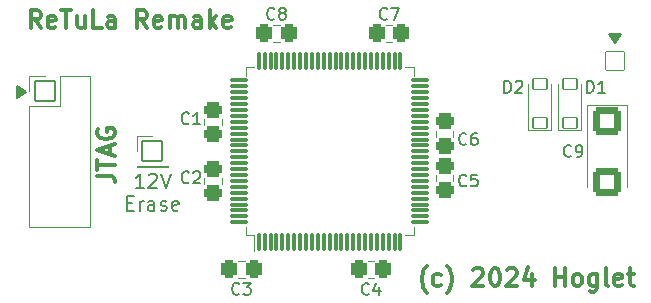
<source format=gto>
G04 #@! TF.GenerationSoftware,KiCad,Pcbnew,6.0.10-86aedd382b~118~ubuntu18.04.1*
G04 #@! TF.CreationDate,2024-01-18T17:26:35+00:00*
G04 #@! TF.ProjectId,ReTuLaReMake,52655475-4c61-4526-954d-616b652e6b69,rev?*
G04 #@! TF.SameCoordinates,Original*
G04 #@! TF.FileFunction,Legend,Top*
G04 #@! TF.FilePolarity,Positive*
%FSLAX46Y46*%
G04 Gerber Fmt 4.6, Leading zero omitted, Abs format (unit mm)*
G04 Created by KiCad (PCBNEW 6.0.10-86aedd382b~118~ubuntu18.04.1) date 2024-01-18 17:26:35*
%MOMM*%
%LPD*%
G01*
G04 APERTURE LIST*
G04 Aperture macros list*
%AMRoundRect*
0 Rectangle with rounded corners*
0 $1 Rounding radius*
0 $2 $3 $4 $5 $6 $7 $8 $9 X,Y pos of 4 corners*
0 Add a 4 corners polygon primitive as box body*
4,1,4,$2,$3,$4,$5,$6,$7,$8,$9,$2,$3,0*
0 Add four circle primitives for the rounded corners*
1,1,$1+$1,$2,$3*
1,1,$1+$1,$4,$5*
1,1,$1+$1,$6,$7*
1,1,$1+$1,$8,$9*
0 Add four rect primitives between the rounded corners*
20,1,$1+$1,$2,$3,$4,$5,0*
20,1,$1+$1,$4,$5,$6,$7,0*
20,1,$1+$1,$6,$7,$8,$9,0*
20,1,$1+$1,$8,$9,$2,$3,0*%
G04 Aperture macros list end*
%ADD10C,0.200000*%
%ADD11C,0.300000*%
%ADD12C,0.150000*%
%ADD13C,0.120000*%
%ADD14RoundRect,0.300000X-0.925000X0.875000X-0.925000X-0.875000X0.925000X-0.875000X0.925000X0.875000X0*%
%ADD15RoundRect,0.050000X-0.850000X-0.850000X0.850000X-0.850000X0.850000X0.850000X-0.850000X0.850000X0*%
%ADD16O,1.800000X1.800000*%
%ADD17RoundRect,0.300000X0.337500X0.475000X-0.337500X0.475000X-0.337500X-0.475000X0.337500X-0.475000X0*%
%ADD18RoundRect,0.300000X-0.475000X0.337500X-0.475000X-0.337500X0.475000X-0.337500X0.475000X0.337500X0*%
%ADD19RoundRect,0.050000X0.600000X-0.450000X0.600000X0.450000X-0.600000X0.450000X-0.600000X-0.450000X0*%
%ADD20RoundRect,0.300000X0.475000X-0.337500X0.475000X0.337500X-0.475000X0.337500X-0.475000X-0.337500X0*%
%ADD21RoundRect,0.125000X0.075000X-0.662500X0.075000X0.662500X-0.075000X0.662500X-0.075000X-0.662500X0*%
%ADD22RoundRect,0.125000X0.662500X-0.075000X0.662500X0.075000X-0.662500X0.075000X-0.662500X-0.075000X0*%
%ADD23RoundRect,0.300000X-0.337500X-0.475000X0.337500X-0.475000X0.337500X0.475000X-0.337500X0.475000X0*%
%ADD24RoundRect,0.050000X0.800000X-0.800000X0.800000X0.800000X-0.800000X0.800000X-0.800000X-0.800000X0*%
%ADD25O,1.700000X1.700000*%
%ADD26C,1.100000*%
G04 APERTURE END LIST*
D10*
G36*
X101270000Y-114346000D02*
G01*
X100508000Y-114854000D01*
X100508000Y-113838000D01*
X101270000Y-114346000D01*
G37*
X101270000Y-114346000D02*
X100508000Y-114854000D01*
X100508000Y-113838000D01*
X101270000Y-114346000D01*
G36*
X151130000Y-110236000D02*
G01*
X150622000Y-109474000D01*
X151638000Y-109474000D01*
X151130000Y-110236000D01*
G37*
X151130000Y-110236000D02*
X150622000Y-109474000D01*
X151638000Y-109474000D01*
X151130000Y-110236000D01*
D11*
X102552857Y-108928571D02*
X102052857Y-108214285D01*
X101695714Y-108928571D02*
X101695714Y-107428571D01*
X102267142Y-107428571D01*
X102410000Y-107500000D01*
X102481428Y-107571428D01*
X102552857Y-107714285D01*
X102552857Y-107928571D01*
X102481428Y-108071428D01*
X102410000Y-108142857D01*
X102267142Y-108214285D01*
X101695714Y-108214285D01*
X103767142Y-108857142D02*
X103624285Y-108928571D01*
X103338571Y-108928571D01*
X103195714Y-108857142D01*
X103124285Y-108714285D01*
X103124285Y-108142857D01*
X103195714Y-108000000D01*
X103338571Y-107928571D01*
X103624285Y-107928571D01*
X103767142Y-108000000D01*
X103838571Y-108142857D01*
X103838571Y-108285714D01*
X103124285Y-108428571D01*
X104267142Y-107428571D02*
X105124285Y-107428571D01*
X104695714Y-108928571D02*
X104695714Y-107428571D01*
X106267142Y-107928571D02*
X106267142Y-108928571D01*
X105624285Y-107928571D02*
X105624285Y-108714285D01*
X105695714Y-108857142D01*
X105838571Y-108928571D01*
X106052857Y-108928571D01*
X106195714Y-108857142D01*
X106267142Y-108785714D01*
X107695714Y-108928571D02*
X106981428Y-108928571D01*
X106981428Y-107428571D01*
X108838571Y-108928571D02*
X108838571Y-108142857D01*
X108767142Y-108000000D01*
X108624285Y-107928571D01*
X108338571Y-107928571D01*
X108195714Y-108000000D01*
X108838571Y-108857142D02*
X108695714Y-108928571D01*
X108338571Y-108928571D01*
X108195714Y-108857142D01*
X108124285Y-108714285D01*
X108124285Y-108571428D01*
X108195714Y-108428571D01*
X108338571Y-108357142D01*
X108695714Y-108357142D01*
X108838571Y-108285714D01*
X111552857Y-108928571D02*
X111052857Y-108214285D01*
X110695714Y-108928571D02*
X110695714Y-107428571D01*
X111267142Y-107428571D01*
X111410000Y-107500000D01*
X111481428Y-107571428D01*
X111552857Y-107714285D01*
X111552857Y-107928571D01*
X111481428Y-108071428D01*
X111410000Y-108142857D01*
X111267142Y-108214285D01*
X110695714Y-108214285D01*
X112767142Y-108857142D02*
X112624285Y-108928571D01*
X112338571Y-108928571D01*
X112195714Y-108857142D01*
X112124285Y-108714285D01*
X112124285Y-108142857D01*
X112195714Y-108000000D01*
X112338571Y-107928571D01*
X112624285Y-107928571D01*
X112767142Y-108000000D01*
X112838571Y-108142857D01*
X112838571Y-108285714D01*
X112124285Y-108428571D01*
X113481428Y-108928571D02*
X113481428Y-107928571D01*
X113481428Y-108071428D02*
X113552857Y-108000000D01*
X113695714Y-107928571D01*
X113910000Y-107928571D01*
X114052857Y-108000000D01*
X114124285Y-108142857D01*
X114124285Y-108928571D01*
X114124285Y-108142857D02*
X114195714Y-108000000D01*
X114338571Y-107928571D01*
X114552857Y-107928571D01*
X114695714Y-108000000D01*
X114767142Y-108142857D01*
X114767142Y-108928571D01*
X116124285Y-108928571D02*
X116124285Y-108142857D01*
X116052857Y-108000000D01*
X115910000Y-107928571D01*
X115624285Y-107928571D01*
X115481428Y-108000000D01*
X116124285Y-108857142D02*
X115981428Y-108928571D01*
X115624285Y-108928571D01*
X115481428Y-108857142D01*
X115410000Y-108714285D01*
X115410000Y-108571428D01*
X115481428Y-108428571D01*
X115624285Y-108357142D01*
X115981428Y-108357142D01*
X116124285Y-108285714D01*
X116838571Y-108928571D02*
X116838571Y-107428571D01*
X116981428Y-108357142D02*
X117410000Y-108928571D01*
X117410000Y-107928571D02*
X116838571Y-108500000D01*
X118624285Y-108857142D02*
X118481428Y-108928571D01*
X118195714Y-108928571D01*
X118052857Y-108857142D01*
X117981428Y-108714285D01*
X117981428Y-108142857D01*
X118052857Y-108000000D01*
X118195714Y-107928571D01*
X118481428Y-107928571D01*
X118624285Y-108000000D01*
X118695714Y-108142857D01*
X118695714Y-108285714D01*
X117981428Y-108428571D01*
X107306571Y-121430000D02*
X108378000Y-121430000D01*
X108592285Y-121501428D01*
X108735142Y-121644285D01*
X108806571Y-121858571D01*
X108806571Y-122001428D01*
X107306571Y-120930000D02*
X107306571Y-120072857D01*
X108806571Y-120501428D02*
X107306571Y-120501428D01*
X108378000Y-119644285D02*
X108378000Y-118930000D01*
X108806571Y-119787142D02*
X107306571Y-119287142D01*
X108806571Y-118787142D01*
X107378000Y-117501428D02*
X107306571Y-117644285D01*
X107306571Y-117858571D01*
X107378000Y-118072857D01*
X107520857Y-118215714D01*
X107663714Y-118287142D01*
X107949428Y-118358571D01*
X108163714Y-118358571D01*
X108449428Y-118287142D01*
X108592285Y-118215714D01*
X108735142Y-118072857D01*
X108806571Y-117858571D01*
X108806571Y-117715714D01*
X108735142Y-117501428D01*
X108663714Y-117430000D01*
X108163714Y-117430000D01*
X108163714Y-117715714D01*
D10*
X111257142Y-122456857D02*
X110571428Y-122456857D01*
X110914285Y-122456857D02*
X110914285Y-121256857D01*
X110800000Y-121428285D01*
X110685714Y-121542571D01*
X110571428Y-121599714D01*
X111714285Y-121371142D02*
X111771428Y-121314000D01*
X111885714Y-121256857D01*
X112171428Y-121256857D01*
X112285714Y-121314000D01*
X112342857Y-121371142D01*
X112400000Y-121485428D01*
X112400000Y-121599714D01*
X112342857Y-121771142D01*
X111657142Y-122456857D01*
X112400000Y-122456857D01*
X112742857Y-121256857D02*
X113142857Y-122456857D01*
X113542857Y-121256857D01*
X109828571Y-123760285D02*
X110228571Y-123760285D01*
X110400000Y-124388857D02*
X109828571Y-124388857D01*
X109828571Y-123188857D01*
X110400000Y-123188857D01*
X110914285Y-124388857D02*
X110914285Y-123588857D01*
X110914285Y-123817428D02*
X110971428Y-123703142D01*
X111028571Y-123646000D01*
X111142857Y-123588857D01*
X111257142Y-123588857D01*
X112171428Y-124388857D02*
X112171428Y-123760285D01*
X112114285Y-123646000D01*
X112000000Y-123588857D01*
X111771428Y-123588857D01*
X111657142Y-123646000D01*
X112171428Y-124331714D02*
X112057142Y-124388857D01*
X111771428Y-124388857D01*
X111657142Y-124331714D01*
X111600000Y-124217428D01*
X111600000Y-124103142D01*
X111657142Y-123988857D01*
X111771428Y-123931714D01*
X112057142Y-123931714D01*
X112171428Y-123874571D01*
X112685714Y-124331714D02*
X112800000Y-124388857D01*
X113028571Y-124388857D01*
X113142857Y-124331714D01*
X113200000Y-124217428D01*
X113200000Y-124160285D01*
X113142857Y-124046000D01*
X113028571Y-123988857D01*
X112857142Y-123988857D01*
X112742857Y-123931714D01*
X112685714Y-123817428D01*
X112685714Y-123760285D01*
X112742857Y-123646000D01*
X112857142Y-123588857D01*
X113028571Y-123588857D01*
X113142857Y-123646000D01*
X114171428Y-124331714D02*
X114057142Y-124388857D01*
X113828571Y-124388857D01*
X113714285Y-124331714D01*
X113657142Y-124217428D01*
X113657142Y-123760285D01*
X113714285Y-123646000D01*
X113828571Y-123588857D01*
X114057142Y-123588857D01*
X114171428Y-123646000D01*
X114228571Y-123760285D01*
X114228571Y-123874571D01*
X113657142Y-123988857D01*
D11*
X135223714Y-131344000D02*
X135152285Y-131272571D01*
X135009428Y-131058285D01*
X134938000Y-130915428D01*
X134866571Y-130701142D01*
X134795142Y-130344000D01*
X134795142Y-130058285D01*
X134866571Y-129701142D01*
X134938000Y-129486857D01*
X135009428Y-129344000D01*
X135152285Y-129129714D01*
X135223714Y-129058285D01*
X136438000Y-130701142D02*
X136295142Y-130772571D01*
X136009428Y-130772571D01*
X135866571Y-130701142D01*
X135795142Y-130629714D01*
X135723714Y-130486857D01*
X135723714Y-130058285D01*
X135795142Y-129915428D01*
X135866571Y-129844000D01*
X136009428Y-129772571D01*
X136295142Y-129772571D01*
X136438000Y-129844000D01*
X136938000Y-131344000D02*
X137009428Y-131272571D01*
X137152285Y-131058285D01*
X137223714Y-130915428D01*
X137295142Y-130701142D01*
X137366571Y-130344000D01*
X137366571Y-130058285D01*
X137295142Y-129701142D01*
X137223714Y-129486857D01*
X137152285Y-129344000D01*
X137009428Y-129129714D01*
X136938000Y-129058285D01*
X139152285Y-129415428D02*
X139223714Y-129344000D01*
X139366571Y-129272571D01*
X139723714Y-129272571D01*
X139866571Y-129344000D01*
X139938000Y-129415428D01*
X140009428Y-129558285D01*
X140009428Y-129701142D01*
X139938000Y-129915428D01*
X139080857Y-130772571D01*
X140009428Y-130772571D01*
X140938000Y-129272571D02*
X141080857Y-129272571D01*
X141223714Y-129344000D01*
X141295142Y-129415428D01*
X141366571Y-129558285D01*
X141438000Y-129844000D01*
X141438000Y-130201142D01*
X141366571Y-130486857D01*
X141295142Y-130629714D01*
X141223714Y-130701142D01*
X141080857Y-130772571D01*
X140938000Y-130772571D01*
X140795142Y-130701142D01*
X140723714Y-130629714D01*
X140652285Y-130486857D01*
X140580857Y-130201142D01*
X140580857Y-129844000D01*
X140652285Y-129558285D01*
X140723714Y-129415428D01*
X140795142Y-129344000D01*
X140938000Y-129272571D01*
X142009428Y-129415428D02*
X142080857Y-129344000D01*
X142223714Y-129272571D01*
X142580857Y-129272571D01*
X142723714Y-129344000D01*
X142795142Y-129415428D01*
X142866571Y-129558285D01*
X142866571Y-129701142D01*
X142795142Y-129915428D01*
X141938000Y-130772571D01*
X142866571Y-130772571D01*
X144152285Y-129772571D02*
X144152285Y-130772571D01*
X143795142Y-129201142D02*
X143438000Y-130272571D01*
X144366571Y-130272571D01*
X146080857Y-130772571D02*
X146080857Y-129272571D01*
X146080857Y-129986857D02*
X146938000Y-129986857D01*
X146938000Y-130772571D02*
X146938000Y-129272571D01*
X147866571Y-130772571D02*
X147723714Y-130701142D01*
X147652285Y-130629714D01*
X147580857Y-130486857D01*
X147580857Y-130058285D01*
X147652285Y-129915428D01*
X147723714Y-129844000D01*
X147866571Y-129772571D01*
X148080857Y-129772571D01*
X148223714Y-129844000D01*
X148295142Y-129915428D01*
X148366571Y-130058285D01*
X148366571Y-130486857D01*
X148295142Y-130629714D01*
X148223714Y-130701142D01*
X148080857Y-130772571D01*
X147866571Y-130772571D01*
X149652285Y-129772571D02*
X149652285Y-130986857D01*
X149580857Y-131129714D01*
X149509428Y-131201142D01*
X149366571Y-131272571D01*
X149152285Y-131272571D01*
X149009428Y-131201142D01*
X149652285Y-130701142D02*
X149509428Y-130772571D01*
X149223714Y-130772571D01*
X149080857Y-130701142D01*
X149009428Y-130629714D01*
X148938000Y-130486857D01*
X148938000Y-130058285D01*
X149009428Y-129915428D01*
X149080857Y-129844000D01*
X149223714Y-129772571D01*
X149509428Y-129772571D01*
X149652285Y-129844000D01*
X150580857Y-130772571D02*
X150438000Y-130701142D01*
X150366571Y-130558285D01*
X150366571Y-129272571D01*
X151723714Y-130701142D02*
X151580857Y-130772571D01*
X151295142Y-130772571D01*
X151152285Y-130701142D01*
X151080857Y-130558285D01*
X151080857Y-129986857D01*
X151152285Y-129844000D01*
X151295142Y-129772571D01*
X151580857Y-129772571D01*
X151723714Y-129844000D01*
X151795142Y-129986857D01*
X151795142Y-130129714D01*
X151080857Y-130272571D01*
X152223714Y-129772571D02*
X152795142Y-129772571D01*
X152438000Y-129272571D02*
X152438000Y-130558285D01*
X152509428Y-130701142D01*
X152652285Y-130772571D01*
X152795142Y-130772571D01*
D12*
X147458333Y-119747142D02*
X147410714Y-119794761D01*
X147267857Y-119842380D01*
X147172619Y-119842380D01*
X147029761Y-119794761D01*
X146934523Y-119699523D01*
X146886904Y-119604285D01*
X146839285Y-119413809D01*
X146839285Y-119270952D01*
X146886904Y-119080476D01*
X146934523Y-118985238D01*
X147029761Y-118890000D01*
X147172619Y-118842380D01*
X147267857Y-118842380D01*
X147410714Y-118890000D01*
X147458333Y-118937619D01*
X147934523Y-119842380D02*
X148125000Y-119842380D01*
X148220238Y-119794761D01*
X148267857Y-119747142D01*
X148363095Y-119604285D01*
X148410714Y-119413809D01*
X148410714Y-119032857D01*
X148363095Y-118937619D01*
X148315476Y-118890000D01*
X148220238Y-118842380D01*
X148029761Y-118842380D01*
X147934523Y-118890000D01*
X147886904Y-118937619D01*
X147839285Y-119032857D01*
X147839285Y-119270952D01*
X147886904Y-119366190D01*
X147934523Y-119413809D01*
X148029761Y-119461428D01*
X148220238Y-119461428D01*
X148315476Y-119413809D01*
X148363095Y-119366190D01*
X148410714Y-119270952D01*
X119370833Y-131417142D02*
X119323214Y-131464761D01*
X119180357Y-131512380D01*
X119085119Y-131512380D01*
X118942261Y-131464761D01*
X118847023Y-131369523D01*
X118799404Y-131274285D01*
X118751785Y-131083809D01*
X118751785Y-130940952D01*
X118799404Y-130750476D01*
X118847023Y-130655238D01*
X118942261Y-130560000D01*
X119085119Y-130512380D01*
X119180357Y-130512380D01*
X119323214Y-130560000D01*
X119370833Y-130607619D01*
X119704166Y-130512380D02*
X120323214Y-130512380D01*
X119989880Y-130893333D01*
X120132738Y-130893333D01*
X120227976Y-130940952D01*
X120275595Y-130988571D01*
X120323214Y-131083809D01*
X120323214Y-131321904D01*
X120275595Y-131417142D01*
X120227976Y-131464761D01*
X120132738Y-131512380D01*
X119847023Y-131512380D01*
X119751785Y-131464761D01*
X119704166Y-131417142D01*
X115083333Y-116987142D02*
X115035714Y-117034761D01*
X114892857Y-117082380D01*
X114797619Y-117082380D01*
X114654761Y-117034761D01*
X114559523Y-116939523D01*
X114511904Y-116844285D01*
X114464285Y-116653809D01*
X114464285Y-116510952D01*
X114511904Y-116320476D01*
X114559523Y-116225238D01*
X114654761Y-116130000D01*
X114797619Y-116082380D01*
X114892857Y-116082380D01*
X115035714Y-116130000D01*
X115083333Y-116177619D01*
X116035714Y-117082380D02*
X115464285Y-117082380D01*
X115750000Y-117082380D02*
X115750000Y-116082380D01*
X115654761Y-116225238D01*
X115559523Y-116320476D01*
X115464285Y-116368095D01*
X148791904Y-114417380D02*
X148791904Y-113417380D01*
X149030000Y-113417380D01*
X149172857Y-113465000D01*
X149268095Y-113560238D01*
X149315714Y-113655476D01*
X149363333Y-113845952D01*
X149363333Y-113988809D01*
X149315714Y-114179285D01*
X149268095Y-114274523D01*
X149172857Y-114369761D01*
X149030000Y-114417380D01*
X148791904Y-114417380D01*
X150315714Y-114417380D02*
X149744285Y-114417380D01*
X150030000Y-114417380D02*
X150030000Y-113417380D01*
X149934761Y-113560238D01*
X149839523Y-113655476D01*
X149744285Y-113703095D01*
X138583333Y-118737142D02*
X138535714Y-118784761D01*
X138392857Y-118832380D01*
X138297619Y-118832380D01*
X138154761Y-118784761D01*
X138059523Y-118689523D01*
X138011904Y-118594285D01*
X137964285Y-118403809D01*
X137964285Y-118260952D01*
X138011904Y-118070476D01*
X138059523Y-117975238D01*
X138154761Y-117880000D01*
X138297619Y-117832380D01*
X138392857Y-117832380D01*
X138535714Y-117880000D01*
X138583333Y-117927619D01*
X139440476Y-117832380D02*
X139250000Y-117832380D01*
X139154761Y-117880000D01*
X139107142Y-117927619D01*
X139011904Y-118070476D01*
X138964285Y-118260952D01*
X138964285Y-118641904D01*
X139011904Y-118737142D01*
X139059523Y-118784761D01*
X139154761Y-118832380D01*
X139345238Y-118832380D01*
X139440476Y-118784761D01*
X139488095Y-118737142D01*
X139535714Y-118641904D01*
X139535714Y-118403809D01*
X139488095Y-118308571D01*
X139440476Y-118260952D01*
X139345238Y-118213333D01*
X139154761Y-118213333D01*
X139059523Y-118260952D01*
X139011904Y-118308571D01*
X138964285Y-118403809D01*
X131870833Y-108137142D02*
X131823214Y-108184761D01*
X131680357Y-108232380D01*
X131585119Y-108232380D01*
X131442261Y-108184761D01*
X131347023Y-108089523D01*
X131299404Y-107994285D01*
X131251785Y-107803809D01*
X131251785Y-107660952D01*
X131299404Y-107470476D01*
X131347023Y-107375238D01*
X131442261Y-107280000D01*
X131585119Y-107232380D01*
X131680357Y-107232380D01*
X131823214Y-107280000D01*
X131870833Y-107327619D01*
X132204166Y-107232380D02*
X132870833Y-107232380D01*
X132442261Y-108232380D01*
X141806904Y-114417380D02*
X141806904Y-113417380D01*
X142045000Y-113417380D01*
X142187857Y-113465000D01*
X142283095Y-113560238D01*
X142330714Y-113655476D01*
X142378333Y-113845952D01*
X142378333Y-113988809D01*
X142330714Y-114179285D01*
X142283095Y-114274523D01*
X142187857Y-114369761D01*
X142045000Y-114417380D01*
X141806904Y-114417380D01*
X142759285Y-113512619D02*
X142806904Y-113465000D01*
X142902142Y-113417380D01*
X143140238Y-113417380D01*
X143235476Y-113465000D01*
X143283095Y-113512619D01*
X143330714Y-113607857D01*
X143330714Y-113703095D01*
X143283095Y-113845952D01*
X142711666Y-114417380D01*
X143330714Y-114417380D01*
X122333333Y-108137142D02*
X122285714Y-108184761D01*
X122142857Y-108232380D01*
X122047619Y-108232380D01*
X121904761Y-108184761D01*
X121809523Y-108089523D01*
X121761904Y-107994285D01*
X121714285Y-107803809D01*
X121714285Y-107660952D01*
X121761904Y-107470476D01*
X121809523Y-107375238D01*
X121904761Y-107280000D01*
X122047619Y-107232380D01*
X122142857Y-107232380D01*
X122285714Y-107280000D01*
X122333333Y-107327619D01*
X122904761Y-107660952D02*
X122809523Y-107613333D01*
X122761904Y-107565714D01*
X122714285Y-107470476D01*
X122714285Y-107422857D01*
X122761904Y-107327619D01*
X122809523Y-107280000D01*
X122904761Y-107232380D01*
X123095238Y-107232380D01*
X123190476Y-107280000D01*
X123238095Y-107327619D01*
X123285714Y-107422857D01*
X123285714Y-107470476D01*
X123238095Y-107565714D01*
X123190476Y-107613333D01*
X123095238Y-107660952D01*
X122904761Y-107660952D01*
X122809523Y-107708571D01*
X122761904Y-107756190D01*
X122714285Y-107851428D01*
X122714285Y-108041904D01*
X122761904Y-108137142D01*
X122809523Y-108184761D01*
X122904761Y-108232380D01*
X123095238Y-108232380D01*
X123190476Y-108184761D01*
X123238095Y-108137142D01*
X123285714Y-108041904D01*
X123285714Y-107851428D01*
X123238095Y-107756190D01*
X123190476Y-107708571D01*
X123095238Y-107660952D01*
X115083333Y-121987142D02*
X115035714Y-122034761D01*
X114892857Y-122082380D01*
X114797619Y-122082380D01*
X114654761Y-122034761D01*
X114559523Y-121939523D01*
X114511904Y-121844285D01*
X114464285Y-121653809D01*
X114464285Y-121510952D01*
X114511904Y-121320476D01*
X114559523Y-121225238D01*
X114654761Y-121130000D01*
X114797619Y-121082380D01*
X114892857Y-121082380D01*
X115035714Y-121130000D01*
X115083333Y-121177619D01*
X115464285Y-121177619D02*
X115511904Y-121130000D01*
X115607142Y-121082380D01*
X115845238Y-121082380D01*
X115940476Y-121130000D01*
X115988095Y-121177619D01*
X116035714Y-121272857D01*
X116035714Y-121368095D01*
X115988095Y-121510952D01*
X115416666Y-122082380D01*
X116035714Y-122082380D01*
X138583333Y-122249642D02*
X138535714Y-122297261D01*
X138392857Y-122344880D01*
X138297619Y-122344880D01*
X138154761Y-122297261D01*
X138059523Y-122202023D01*
X138011904Y-122106785D01*
X137964285Y-121916309D01*
X137964285Y-121773452D01*
X138011904Y-121582976D01*
X138059523Y-121487738D01*
X138154761Y-121392500D01*
X138297619Y-121344880D01*
X138392857Y-121344880D01*
X138535714Y-121392500D01*
X138583333Y-121440119D01*
X139488095Y-121344880D02*
X139011904Y-121344880D01*
X138964285Y-121821071D01*
X139011904Y-121773452D01*
X139107142Y-121725833D01*
X139345238Y-121725833D01*
X139440476Y-121773452D01*
X139488095Y-121821071D01*
X139535714Y-121916309D01*
X139535714Y-122154404D01*
X139488095Y-122249642D01*
X139440476Y-122297261D01*
X139345238Y-122344880D01*
X139107142Y-122344880D01*
X139011904Y-122297261D01*
X138964285Y-122249642D01*
X130333333Y-131437142D02*
X130285714Y-131484761D01*
X130142857Y-131532380D01*
X130047619Y-131532380D01*
X129904761Y-131484761D01*
X129809523Y-131389523D01*
X129761904Y-131294285D01*
X129714285Y-131103809D01*
X129714285Y-130960952D01*
X129761904Y-130770476D01*
X129809523Y-130675238D01*
X129904761Y-130580000D01*
X130047619Y-130532380D01*
X130142857Y-130532380D01*
X130285714Y-130580000D01*
X130333333Y-130627619D01*
X131190476Y-130865714D02*
X131190476Y-131532380D01*
X130952380Y-130484761D02*
X130714285Y-131199047D01*
X131333333Y-131199047D01*
D13*
X152205000Y-115455000D02*
X148785000Y-115455000D01*
X148785000Y-115455000D02*
X148785000Y-122390000D01*
X152205000Y-122390000D02*
X152205000Y-115455000D01*
X101540000Y-115570000D02*
X101540000Y-125790000D01*
X104140000Y-112970000D02*
X106740000Y-112970000D01*
X101540000Y-115570000D02*
X104140000Y-115570000D01*
X106740000Y-112970000D02*
X106740000Y-125790000D01*
X104140000Y-115570000D02*
X104140000Y-112970000D01*
X101540000Y-114300000D02*
X101540000Y-112970000D01*
X101540000Y-125790000D02*
X106740000Y-125790000D01*
X101540000Y-112970000D02*
X102870000Y-112970000D01*
X119798752Y-130115000D02*
X119276248Y-130115000D01*
X119798752Y-128645000D02*
X119276248Y-128645000D01*
X117865000Y-116618748D02*
X117865000Y-117141252D01*
X116395000Y-116618748D02*
X116395000Y-117141252D01*
X146320000Y-117565000D02*
X148320000Y-117565000D01*
X148320000Y-117565000D02*
X148320000Y-113665000D01*
X146320000Y-117565000D02*
X146320000Y-113665000D01*
X136015000Y-118141252D02*
X136015000Y-117618748D01*
X137485000Y-118141252D02*
X137485000Y-117618748D01*
X132298752Y-108645000D02*
X131776248Y-108645000D01*
X132298752Y-110115000D02*
X131776248Y-110115000D01*
X143780000Y-117565000D02*
X145780000Y-117565000D01*
X145780000Y-117565000D02*
X145780000Y-113665000D01*
X143780000Y-117565000D02*
X143780000Y-113665000D01*
X122761252Y-110115000D02*
X122238748Y-110115000D01*
X122761252Y-108645000D02*
X122238748Y-108645000D01*
X116395000Y-121618748D02*
X116395000Y-122141252D01*
X117865000Y-121618748D02*
X117865000Y-122141252D01*
X110670000Y-119380000D02*
X110670000Y-118050000D01*
X110670000Y-120650000D02*
X110670000Y-120710000D01*
X113330000Y-120650000D02*
X113330000Y-120710000D01*
X110670000Y-120650000D02*
X113330000Y-120650000D01*
X110670000Y-120710000D02*
X113330000Y-120710000D01*
X110670000Y-118050000D02*
X112000000Y-118050000D01*
X119890000Y-112970000D02*
X119890000Y-112270000D01*
X119890000Y-112270000D02*
X120590000Y-112270000D01*
X120590000Y-126490000D02*
X120590000Y-127780000D01*
X119890000Y-125790000D02*
X119890000Y-126490000D01*
X134110000Y-112270000D02*
X133410000Y-112270000D01*
X134110000Y-112970000D02*
X134110000Y-112270000D01*
X119890000Y-126490000D02*
X120590000Y-126490000D01*
X134110000Y-125790000D02*
X134110000Y-126490000D01*
X134110000Y-126490000D02*
X133410000Y-126490000D01*
X136015000Y-121903752D02*
X136015000Y-121381248D01*
X137485000Y-121903752D02*
X137485000Y-121381248D01*
X130238748Y-130115000D02*
X130761252Y-130115000D01*
X130238748Y-128645000D02*
X130761252Y-128645000D01*
%LPC*%
D14*
X150495000Y-116840000D03*
X150495000Y-121940000D03*
D15*
X102870000Y-114300000D03*
D16*
X105410000Y-114300000D03*
X102870000Y-116840000D03*
X105410000Y-116840000D03*
X102870000Y-119380000D03*
X105410000Y-119380000D03*
X102870000Y-121920000D03*
X105410000Y-121920000D03*
X102870000Y-124460000D03*
X105410000Y-124460000D03*
D17*
X120575000Y-129380000D03*
X118500000Y-129380000D03*
D18*
X117130000Y-115842500D03*
X117130000Y-117917500D03*
D19*
X147320000Y-116965000D03*
X147320000Y-113665000D03*
D20*
X136750000Y-118917500D03*
X136750000Y-116842500D03*
D17*
X133075000Y-109380000D03*
X131000000Y-109380000D03*
D19*
X144780000Y-116965000D03*
X144780000Y-113665000D03*
D17*
X123537500Y-109380000D03*
X121462500Y-109380000D03*
D18*
X117130000Y-120842500D03*
X117130000Y-122917500D03*
D15*
X112000000Y-119380000D03*
D21*
X121000000Y-127042500D03*
X121500000Y-127042500D03*
X122000000Y-127042500D03*
X122500000Y-127042500D03*
X123000000Y-127042500D03*
X123500000Y-127042500D03*
X124000000Y-127042500D03*
X124500000Y-127042500D03*
X125000000Y-127042500D03*
X125500000Y-127042500D03*
X126000000Y-127042500D03*
X126500000Y-127042500D03*
X127000000Y-127042500D03*
X127500000Y-127042500D03*
X128000000Y-127042500D03*
X128500000Y-127042500D03*
X129000000Y-127042500D03*
X129500000Y-127042500D03*
X130000000Y-127042500D03*
X130500000Y-127042500D03*
X131000000Y-127042500D03*
X131500000Y-127042500D03*
X132000000Y-127042500D03*
X132500000Y-127042500D03*
X133000000Y-127042500D03*
D22*
X134662500Y-125380000D03*
X134662500Y-124880000D03*
X134662500Y-124380000D03*
X134662500Y-123880000D03*
X134662500Y-123380000D03*
X134662500Y-122880000D03*
X134662500Y-122380000D03*
X134662500Y-121880000D03*
X134662500Y-121380000D03*
X134662500Y-120880000D03*
X134662500Y-120380000D03*
X134662500Y-119880000D03*
X134662500Y-119380000D03*
X134662500Y-118880000D03*
X134662500Y-118380000D03*
X134662500Y-117880000D03*
X134662500Y-117380000D03*
X134662500Y-116880000D03*
X134662500Y-116380000D03*
X134662500Y-115880000D03*
X134662500Y-115380000D03*
X134662500Y-114880000D03*
X134662500Y-114380000D03*
X134662500Y-113880000D03*
X134662500Y-113380000D03*
D21*
X133000000Y-111717500D03*
X132500000Y-111717500D03*
X132000000Y-111717500D03*
X131500000Y-111717500D03*
X131000000Y-111717500D03*
X130500000Y-111717500D03*
X130000000Y-111717500D03*
X129500000Y-111717500D03*
X129000000Y-111717500D03*
X128500000Y-111717500D03*
X128000000Y-111717500D03*
X127500000Y-111717500D03*
X127000000Y-111717500D03*
X126500000Y-111717500D03*
X126000000Y-111717500D03*
X125500000Y-111717500D03*
X125000000Y-111717500D03*
X124500000Y-111717500D03*
X124000000Y-111717500D03*
X123500000Y-111717500D03*
X123000000Y-111717500D03*
X122500000Y-111717500D03*
X122000000Y-111717500D03*
X121500000Y-111717500D03*
X121000000Y-111717500D03*
D22*
X119337500Y-113380000D03*
X119337500Y-113880000D03*
X119337500Y-114380000D03*
X119337500Y-114880000D03*
X119337500Y-115380000D03*
X119337500Y-115880000D03*
X119337500Y-116380000D03*
X119337500Y-116880000D03*
X119337500Y-117380000D03*
X119337500Y-117880000D03*
X119337500Y-118380000D03*
X119337500Y-118880000D03*
X119337500Y-119380000D03*
X119337500Y-119880000D03*
X119337500Y-120380000D03*
X119337500Y-120880000D03*
X119337500Y-121380000D03*
X119337500Y-121880000D03*
X119337500Y-122380000D03*
X119337500Y-122880000D03*
X119337500Y-123380000D03*
X119337500Y-123880000D03*
X119337500Y-124380000D03*
X119337500Y-124880000D03*
X119337500Y-125380000D03*
D20*
X136750000Y-122680000D03*
X136750000Y-120605000D03*
D23*
X129462500Y-129380000D03*
X131537500Y-129380000D03*
D24*
X151130000Y-111760000D03*
D25*
X148590000Y-111760000D03*
X146050000Y-111760000D03*
X143510000Y-111760000D03*
X140970000Y-111760000D03*
X138430000Y-111760000D03*
X135890000Y-111760000D03*
X118110000Y-111760000D03*
X115570000Y-111760000D03*
X113030000Y-111760000D03*
X110490000Y-111760000D03*
X107950000Y-111760000D03*
X105410000Y-111760000D03*
X102870000Y-111760000D03*
X102870000Y-127000000D03*
X105410000Y-127000000D03*
X107950000Y-127000000D03*
X110490000Y-127000000D03*
X113030000Y-127000000D03*
X115570000Y-127000000D03*
X118110000Y-127000000D03*
X135890000Y-127000000D03*
X138430000Y-127000000D03*
X140970000Y-127000000D03*
X143510000Y-127000000D03*
X146050000Y-127000000D03*
X148590000Y-127000000D03*
X151130000Y-127000000D03*
D26*
X125250000Y-128630000D03*
X127000000Y-118872000D03*
X125476000Y-120396000D03*
X123952000Y-118872000D03*
X138500000Y-120605000D03*
X140250000Y-117880000D03*
X127000000Y-121920000D03*
X132800000Y-129380000D03*
X119600000Y-110380000D03*
X133000000Y-123630000D03*
X117000000Y-129380000D03*
X130048000Y-121920000D03*
X129800000Y-109380000D03*
X128524000Y-120396000D03*
X115712500Y-117917500D03*
X123952000Y-121920000D03*
X115750000Y-122917500D03*
X150495000Y-123825000D03*
X130048000Y-118872000D03*
X122250000Y-119880000D03*
X114500000Y-118880000D03*
X121500000Y-121630000D03*
X122250000Y-123380000D03*
X121500000Y-124968000D03*
X123190000Y-124968000D03*
X125730000Y-124968000D03*
X128270000Y-124968000D03*
X130810000Y-124968000D03*
X132500000Y-124880000D03*
X132880000Y-120880000D03*
X132130000Y-117380000D03*
X132500000Y-115380000D03*
X130810000Y-115380000D03*
X128270000Y-115380000D03*
X125730000Y-115380000D03*
X123190000Y-115380000D03*
X121500000Y-115380000D03*
X125250000Y-109380000D03*
X105410000Y-109855000D03*
X119634000Y-108458000D03*
X128000000Y-128630000D03*
X105285000Y-129665000D03*
X122500000Y-128630000D03*
X121880000Y-117880000D03*
M02*

</source>
